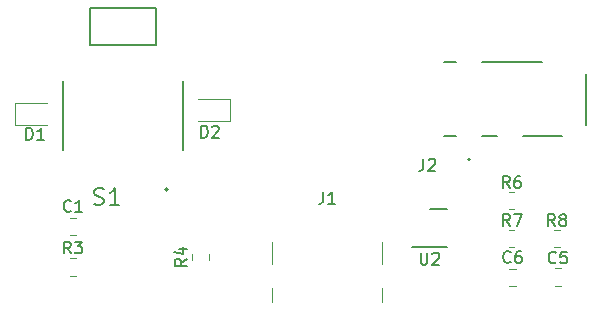
<source format=gbr>
%TF.GenerationSoftware,KiCad,Pcbnew,7.0.7*%
%TF.CreationDate,2024-01-23T19:19:34-06:00*%
%TF.ProjectId,Md-rev-1,4d642d72-6576-42d3-912e-6b696361645f,rev?*%
%TF.SameCoordinates,Original*%
%TF.FileFunction,Legend,Top*%
%TF.FilePolarity,Positive*%
%FSLAX46Y46*%
G04 Gerber Fmt 4.6, Leading zero omitted, Abs format (unit mm)*
G04 Created by KiCad (PCBNEW 7.0.7) date 2024-01-23 19:19:34*
%MOMM*%
%LPD*%
G01*
G04 APERTURE LIST*
%ADD10C,0.150000*%
%ADD11C,0.120000*%
%ADD12C,0.127000*%
%ADD13C,0.200000*%
G04 APERTURE END LIST*
D10*
X135223333Y-118749580D02*
X135175714Y-118797200D01*
X135175714Y-118797200D02*
X135032857Y-118844819D01*
X135032857Y-118844819D02*
X134937619Y-118844819D01*
X134937619Y-118844819D02*
X134794762Y-118797200D01*
X134794762Y-118797200D02*
X134699524Y-118701961D01*
X134699524Y-118701961D02*
X134651905Y-118606723D01*
X134651905Y-118606723D02*
X134604286Y-118416247D01*
X134604286Y-118416247D02*
X134604286Y-118273390D01*
X134604286Y-118273390D02*
X134651905Y-118082914D01*
X134651905Y-118082914D02*
X134699524Y-117987676D01*
X134699524Y-117987676D02*
X134794762Y-117892438D01*
X134794762Y-117892438D02*
X134937619Y-117844819D01*
X134937619Y-117844819D02*
X135032857Y-117844819D01*
X135032857Y-117844819D02*
X135175714Y-117892438D01*
X135175714Y-117892438D02*
X135223333Y-117940057D01*
X136175714Y-118844819D02*
X135604286Y-118844819D01*
X135890000Y-118844819D02*
X135890000Y-117844819D01*
X135890000Y-117844819D02*
X135794762Y-117987676D01*
X135794762Y-117987676D02*
X135699524Y-118082914D01*
X135699524Y-118082914D02*
X135604286Y-118130533D01*
X145014819Y-122826666D02*
X144538628Y-123159999D01*
X145014819Y-123398094D02*
X144014819Y-123398094D01*
X144014819Y-123398094D02*
X144014819Y-123017142D01*
X144014819Y-123017142D02*
X144062438Y-122921904D01*
X144062438Y-122921904D02*
X144110057Y-122874285D01*
X144110057Y-122874285D02*
X144205295Y-122826666D01*
X144205295Y-122826666D02*
X144348152Y-122826666D01*
X144348152Y-122826666D02*
X144443390Y-122874285D01*
X144443390Y-122874285D02*
X144491009Y-122921904D01*
X144491009Y-122921904D02*
X144538628Y-123017142D01*
X144538628Y-123017142D02*
X144538628Y-123398094D01*
X144348152Y-121969523D02*
X145014819Y-121969523D01*
X143967200Y-122207618D02*
X144681485Y-122445713D01*
X144681485Y-122445713D02*
X144681485Y-121826666D01*
X146241905Y-112564819D02*
X146241905Y-111564819D01*
X146241905Y-111564819D02*
X146480000Y-111564819D01*
X146480000Y-111564819D02*
X146622857Y-111612438D01*
X146622857Y-111612438D02*
X146718095Y-111707676D01*
X146718095Y-111707676D02*
X146765714Y-111802914D01*
X146765714Y-111802914D02*
X146813333Y-111993390D01*
X146813333Y-111993390D02*
X146813333Y-112136247D01*
X146813333Y-112136247D02*
X146765714Y-112326723D01*
X146765714Y-112326723D02*
X146718095Y-112421961D01*
X146718095Y-112421961D02*
X146622857Y-112517200D01*
X146622857Y-112517200D02*
X146480000Y-112564819D01*
X146480000Y-112564819D02*
X146241905Y-112564819D01*
X147194286Y-111660057D02*
X147241905Y-111612438D01*
X147241905Y-111612438D02*
X147337143Y-111564819D01*
X147337143Y-111564819D02*
X147575238Y-111564819D01*
X147575238Y-111564819D02*
X147670476Y-111612438D01*
X147670476Y-111612438D02*
X147718095Y-111660057D01*
X147718095Y-111660057D02*
X147765714Y-111755295D01*
X147765714Y-111755295D02*
X147765714Y-111850533D01*
X147765714Y-111850533D02*
X147718095Y-111993390D01*
X147718095Y-111993390D02*
X147146667Y-112564819D01*
X147146667Y-112564819D02*
X147765714Y-112564819D01*
X135223333Y-122364819D02*
X134890000Y-121888628D01*
X134651905Y-122364819D02*
X134651905Y-121364819D01*
X134651905Y-121364819D02*
X135032857Y-121364819D01*
X135032857Y-121364819D02*
X135128095Y-121412438D01*
X135128095Y-121412438D02*
X135175714Y-121460057D01*
X135175714Y-121460057D02*
X135223333Y-121555295D01*
X135223333Y-121555295D02*
X135223333Y-121698152D01*
X135223333Y-121698152D02*
X135175714Y-121793390D01*
X135175714Y-121793390D02*
X135128095Y-121841009D01*
X135128095Y-121841009D02*
X135032857Y-121888628D01*
X135032857Y-121888628D02*
X134651905Y-121888628D01*
X135556667Y-121364819D02*
X136175714Y-121364819D01*
X136175714Y-121364819D02*
X135842381Y-121745771D01*
X135842381Y-121745771D02*
X135985238Y-121745771D01*
X135985238Y-121745771D02*
X136080476Y-121793390D01*
X136080476Y-121793390D02*
X136128095Y-121841009D01*
X136128095Y-121841009D02*
X136175714Y-121936247D01*
X136175714Y-121936247D02*
X136175714Y-122174342D01*
X136175714Y-122174342D02*
X136128095Y-122269580D01*
X136128095Y-122269580D02*
X136080476Y-122317200D01*
X136080476Y-122317200D02*
X135985238Y-122364819D01*
X135985238Y-122364819D02*
X135699524Y-122364819D01*
X135699524Y-122364819D02*
X135604286Y-122317200D01*
X135604286Y-122317200D02*
X135556667Y-122269580D01*
X165076666Y-114364819D02*
X165076666Y-115079104D01*
X165076666Y-115079104D02*
X165029047Y-115221961D01*
X165029047Y-115221961D02*
X164933809Y-115317200D01*
X164933809Y-115317200D02*
X164790952Y-115364819D01*
X164790952Y-115364819D02*
X164695714Y-115364819D01*
X165505238Y-114460057D02*
X165552857Y-114412438D01*
X165552857Y-114412438D02*
X165648095Y-114364819D01*
X165648095Y-114364819D02*
X165886190Y-114364819D01*
X165886190Y-114364819D02*
X165981428Y-114412438D01*
X165981428Y-114412438D02*
X166029047Y-114460057D01*
X166029047Y-114460057D02*
X166076666Y-114555295D01*
X166076666Y-114555295D02*
X166076666Y-114650533D01*
X166076666Y-114650533D02*
X166029047Y-114793390D01*
X166029047Y-114793390D02*
X165457619Y-115364819D01*
X165457619Y-115364819D02*
X166076666Y-115364819D01*
X176288333Y-123119580D02*
X176240714Y-123167200D01*
X176240714Y-123167200D02*
X176097857Y-123214819D01*
X176097857Y-123214819D02*
X176002619Y-123214819D01*
X176002619Y-123214819D02*
X175859762Y-123167200D01*
X175859762Y-123167200D02*
X175764524Y-123071961D01*
X175764524Y-123071961D02*
X175716905Y-122976723D01*
X175716905Y-122976723D02*
X175669286Y-122786247D01*
X175669286Y-122786247D02*
X175669286Y-122643390D01*
X175669286Y-122643390D02*
X175716905Y-122452914D01*
X175716905Y-122452914D02*
X175764524Y-122357676D01*
X175764524Y-122357676D02*
X175859762Y-122262438D01*
X175859762Y-122262438D02*
X176002619Y-122214819D01*
X176002619Y-122214819D02*
X176097857Y-122214819D01*
X176097857Y-122214819D02*
X176240714Y-122262438D01*
X176240714Y-122262438D02*
X176288333Y-122310057D01*
X177193095Y-122214819D02*
X176716905Y-122214819D01*
X176716905Y-122214819D02*
X176669286Y-122691009D01*
X176669286Y-122691009D02*
X176716905Y-122643390D01*
X176716905Y-122643390D02*
X176812143Y-122595771D01*
X176812143Y-122595771D02*
X177050238Y-122595771D01*
X177050238Y-122595771D02*
X177145476Y-122643390D01*
X177145476Y-122643390D02*
X177193095Y-122691009D01*
X177193095Y-122691009D02*
X177240714Y-122786247D01*
X177240714Y-122786247D02*
X177240714Y-123024342D01*
X177240714Y-123024342D02*
X177193095Y-123119580D01*
X177193095Y-123119580D02*
X177145476Y-123167200D01*
X177145476Y-123167200D02*
X177050238Y-123214819D01*
X177050238Y-123214819D02*
X176812143Y-123214819D01*
X176812143Y-123214819D02*
X176716905Y-123167200D01*
X176716905Y-123167200D02*
X176669286Y-123119580D01*
X176203333Y-120054819D02*
X175870000Y-119578628D01*
X175631905Y-120054819D02*
X175631905Y-119054819D01*
X175631905Y-119054819D02*
X176012857Y-119054819D01*
X176012857Y-119054819D02*
X176108095Y-119102438D01*
X176108095Y-119102438D02*
X176155714Y-119150057D01*
X176155714Y-119150057D02*
X176203333Y-119245295D01*
X176203333Y-119245295D02*
X176203333Y-119388152D01*
X176203333Y-119388152D02*
X176155714Y-119483390D01*
X176155714Y-119483390D02*
X176108095Y-119531009D01*
X176108095Y-119531009D02*
X176012857Y-119578628D01*
X176012857Y-119578628D02*
X175631905Y-119578628D01*
X176774762Y-119483390D02*
X176679524Y-119435771D01*
X176679524Y-119435771D02*
X176631905Y-119388152D01*
X176631905Y-119388152D02*
X176584286Y-119292914D01*
X176584286Y-119292914D02*
X176584286Y-119245295D01*
X176584286Y-119245295D02*
X176631905Y-119150057D01*
X176631905Y-119150057D02*
X176679524Y-119102438D01*
X176679524Y-119102438D02*
X176774762Y-119054819D01*
X176774762Y-119054819D02*
X176965238Y-119054819D01*
X176965238Y-119054819D02*
X177060476Y-119102438D01*
X177060476Y-119102438D02*
X177108095Y-119150057D01*
X177108095Y-119150057D02*
X177155714Y-119245295D01*
X177155714Y-119245295D02*
X177155714Y-119292914D01*
X177155714Y-119292914D02*
X177108095Y-119388152D01*
X177108095Y-119388152D02*
X177060476Y-119435771D01*
X177060476Y-119435771D02*
X176965238Y-119483390D01*
X176965238Y-119483390D02*
X176774762Y-119483390D01*
X176774762Y-119483390D02*
X176679524Y-119531009D01*
X176679524Y-119531009D02*
X176631905Y-119578628D01*
X176631905Y-119578628D02*
X176584286Y-119673866D01*
X176584286Y-119673866D02*
X176584286Y-119864342D01*
X176584286Y-119864342D02*
X176631905Y-119959580D01*
X176631905Y-119959580D02*
X176679524Y-120007200D01*
X176679524Y-120007200D02*
X176774762Y-120054819D01*
X176774762Y-120054819D02*
X176965238Y-120054819D01*
X176965238Y-120054819D02*
X177060476Y-120007200D01*
X177060476Y-120007200D02*
X177108095Y-119959580D01*
X177108095Y-119959580D02*
X177155714Y-119864342D01*
X177155714Y-119864342D02*
X177155714Y-119673866D01*
X177155714Y-119673866D02*
X177108095Y-119578628D01*
X177108095Y-119578628D02*
X177060476Y-119531009D01*
X177060476Y-119531009D02*
X176965238Y-119483390D01*
X164833095Y-122314819D02*
X164833095Y-123124342D01*
X164833095Y-123124342D02*
X164880714Y-123219580D01*
X164880714Y-123219580D02*
X164928333Y-123267200D01*
X164928333Y-123267200D02*
X165023571Y-123314819D01*
X165023571Y-123314819D02*
X165214047Y-123314819D01*
X165214047Y-123314819D02*
X165309285Y-123267200D01*
X165309285Y-123267200D02*
X165356904Y-123219580D01*
X165356904Y-123219580D02*
X165404523Y-123124342D01*
X165404523Y-123124342D02*
X165404523Y-122314819D01*
X165833095Y-122410057D02*
X165880714Y-122362438D01*
X165880714Y-122362438D02*
X165975952Y-122314819D01*
X165975952Y-122314819D02*
X166214047Y-122314819D01*
X166214047Y-122314819D02*
X166309285Y-122362438D01*
X166309285Y-122362438D02*
X166356904Y-122410057D01*
X166356904Y-122410057D02*
X166404523Y-122505295D01*
X166404523Y-122505295D02*
X166404523Y-122600533D01*
X166404523Y-122600533D02*
X166356904Y-122743390D01*
X166356904Y-122743390D02*
X165785476Y-123314819D01*
X165785476Y-123314819D02*
X166404523Y-123314819D01*
X137193333Y-118193200D02*
X137393333Y-118259866D01*
X137393333Y-118259866D02*
X137726667Y-118259866D01*
X137726667Y-118259866D02*
X137860000Y-118193200D01*
X137860000Y-118193200D02*
X137926667Y-118126533D01*
X137926667Y-118126533D02*
X137993333Y-117993200D01*
X137993333Y-117993200D02*
X137993333Y-117859866D01*
X137993333Y-117859866D02*
X137926667Y-117726533D01*
X137926667Y-117726533D02*
X137860000Y-117659866D01*
X137860000Y-117659866D02*
X137726667Y-117593200D01*
X137726667Y-117593200D02*
X137460000Y-117526533D01*
X137460000Y-117526533D02*
X137326667Y-117459866D01*
X137326667Y-117459866D02*
X137260000Y-117393200D01*
X137260000Y-117393200D02*
X137193333Y-117259866D01*
X137193333Y-117259866D02*
X137193333Y-117126533D01*
X137193333Y-117126533D02*
X137260000Y-116993200D01*
X137260000Y-116993200D02*
X137326667Y-116926533D01*
X137326667Y-116926533D02*
X137460000Y-116859866D01*
X137460000Y-116859866D02*
X137793333Y-116859866D01*
X137793333Y-116859866D02*
X137993333Y-116926533D01*
X139326666Y-118259866D02*
X138526666Y-118259866D01*
X138926666Y-118259866D02*
X138926666Y-116859866D01*
X138926666Y-116859866D02*
X138793333Y-117059866D01*
X138793333Y-117059866D02*
X138660000Y-117193200D01*
X138660000Y-117193200D02*
X138526666Y-117259866D01*
X131441905Y-112734819D02*
X131441905Y-111734819D01*
X131441905Y-111734819D02*
X131680000Y-111734819D01*
X131680000Y-111734819D02*
X131822857Y-111782438D01*
X131822857Y-111782438D02*
X131918095Y-111877676D01*
X131918095Y-111877676D02*
X131965714Y-111972914D01*
X131965714Y-111972914D02*
X132013333Y-112163390D01*
X132013333Y-112163390D02*
X132013333Y-112306247D01*
X132013333Y-112306247D02*
X131965714Y-112496723D01*
X131965714Y-112496723D02*
X131918095Y-112591961D01*
X131918095Y-112591961D02*
X131822857Y-112687200D01*
X131822857Y-112687200D02*
X131680000Y-112734819D01*
X131680000Y-112734819D02*
X131441905Y-112734819D01*
X132965714Y-112734819D02*
X132394286Y-112734819D01*
X132680000Y-112734819D02*
X132680000Y-111734819D01*
X132680000Y-111734819D02*
X132584762Y-111877676D01*
X132584762Y-111877676D02*
X132489524Y-111972914D01*
X132489524Y-111972914D02*
X132394286Y-112020533D01*
X172448333Y-123079580D02*
X172400714Y-123127200D01*
X172400714Y-123127200D02*
X172257857Y-123174819D01*
X172257857Y-123174819D02*
X172162619Y-123174819D01*
X172162619Y-123174819D02*
X172019762Y-123127200D01*
X172019762Y-123127200D02*
X171924524Y-123031961D01*
X171924524Y-123031961D02*
X171876905Y-122936723D01*
X171876905Y-122936723D02*
X171829286Y-122746247D01*
X171829286Y-122746247D02*
X171829286Y-122603390D01*
X171829286Y-122603390D02*
X171876905Y-122412914D01*
X171876905Y-122412914D02*
X171924524Y-122317676D01*
X171924524Y-122317676D02*
X172019762Y-122222438D01*
X172019762Y-122222438D02*
X172162619Y-122174819D01*
X172162619Y-122174819D02*
X172257857Y-122174819D01*
X172257857Y-122174819D02*
X172400714Y-122222438D01*
X172400714Y-122222438D02*
X172448333Y-122270057D01*
X173305476Y-122174819D02*
X173115000Y-122174819D01*
X173115000Y-122174819D02*
X173019762Y-122222438D01*
X173019762Y-122222438D02*
X172972143Y-122270057D01*
X172972143Y-122270057D02*
X172876905Y-122412914D01*
X172876905Y-122412914D02*
X172829286Y-122603390D01*
X172829286Y-122603390D02*
X172829286Y-122984342D01*
X172829286Y-122984342D02*
X172876905Y-123079580D01*
X172876905Y-123079580D02*
X172924524Y-123127200D01*
X172924524Y-123127200D02*
X173019762Y-123174819D01*
X173019762Y-123174819D02*
X173210238Y-123174819D01*
X173210238Y-123174819D02*
X173305476Y-123127200D01*
X173305476Y-123127200D02*
X173353095Y-123079580D01*
X173353095Y-123079580D02*
X173400714Y-122984342D01*
X173400714Y-122984342D02*
X173400714Y-122746247D01*
X173400714Y-122746247D02*
X173353095Y-122651009D01*
X173353095Y-122651009D02*
X173305476Y-122603390D01*
X173305476Y-122603390D02*
X173210238Y-122555771D01*
X173210238Y-122555771D02*
X173019762Y-122555771D01*
X173019762Y-122555771D02*
X172924524Y-122603390D01*
X172924524Y-122603390D02*
X172876905Y-122651009D01*
X172876905Y-122651009D02*
X172829286Y-122746247D01*
X156576666Y-117179819D02*
X156576666Y-117894104D01*
X156576666Y-117894104D02*
X156529047Y-118036961D01*
X156529047Y-118036961D02*
X156433809Y-118132200D01*
X156433809Y-118132200D02*
X156290952Y-118179819D01*
X156290952Y-118179819D02*
X156195714Y-118179819D01*
X157576666Y-118179819D02*
X157005238Y-118179819D01*
X157290952Y-118179819D02*
X157290952Y-117179819D01*
X157290952Y-117179819D02*
X157195714Y-117322676D01*
X157195714Y-117322676D02*
X157100476Y-117417914D01*
X157100476Y-117417914D02*
X157005238Y-117465533D01*
X172378333Y-116814819D02*
X172045000Y-116338628D01*
X171806905Y-116814819D02*
X171806905Y-115814819D01*
X171806905Y-115814819D02*
X172187857Y-115814819D01*
X172187857Y-115814819D02*
X172283095Y-115862438D01*
X172283095Y-115862438D02*
X172330714Y-115910057D01*
X172330714Y-115910057D02*
X172378333Y-116005295D01*
X172378333Y-116005295D02*
X172378333Y-116148152D01*
X172378333Y-116148152D02*
X172330714Y-116243390D01*
X172330714Y-116243390D02*
X172283095Y-116291009D01*
X172283095Y-116291009D02*
X172187857Y-116338628D01*
X172187857Y-116338628D02*
X171806905Y-116338628D01*
X173235476Y-115814819D02*
X173045000Y-115814819D01*
X173045000Y-115814819D02*
X172949762Y-115862438D01*
X172949762Y-115862438D02*
X172902143Y-115910057D01*
X172902143Y-115910057D02*
X172806905Y-116052914D01*
X172806905Y-116052914D02*
X172759286Y-116243390D01*
X172759286Y-116243390D02*
X172759286Y-116624342D01*
X172759286Y-116624342D02*
X172806905Y-116719580D01*
X172806905Y-116719580D02*
X172854524Y-116767200D01*
X172854524Y-116767200D02*
X172949762Y-116814819D01*
X172949762Y-116814819D02*
X173140238Y-116814819D01*
X173140238Y-116814819D02*
X173235476Y-116767200D01*
X173235476Y-116767200D02*
X173283095Y-116719580D01*
X173283095Y-116719580D02*
X173330714Y-116624342D01*
X173330714Y-116624342D02*
X173330714Y-116386247D01*
X173330714Y-116386247D02*
X173283095Y-116291009D01*
X173283095Y-116291009D02*
X173235476Y-116243390D01*
X173235476Y-116243390D02*
X173140238Y-116195771D01*
X173140238Y-116195771D02*
X172949762Y-116195771D01*
X172949762Y-116195771D02*
X172854524Y-116243390D01*
X172854524Y-116243390D02*
X172806905Y-116291009D01*
X172806905Y-116291009D02*
X172759286Y-116386247D01*
X172403333Y-120034819D02*
X172070000Y-119558628D01*
X171831905Y-120034819D02*
X171831905Y-119034819D01*
X171831905Y-119034819D02*
X172212857Y-119034819D01*
X172212857Y-119034819D02*
X172308095Y-119082438D01*
X172308095Y-119082438D02*
X172355714Y-119130057D01*
X172355714Y-119130057D02*
X172403333Y-119225295D01*
X172403333Y-119225295D02*
X172403333Y-119368152D01*
X172403333Y-119368152D02*
X172355714Y-119463390D01*
X172355714Y-119463390D02*
X172308095Y-119511009D01*
X172308095Y-119511009D02*
X172212857Y-119558628D01*
X172212857Y-119558628D02*
X171831905Y-119558628D01*
X172736667Y-119034819D02*
X173403333Y-119034819D01*
X173403333Y-119034819D02*
X172974762Y-120034819D01*
D11*
%TO.C,C1*%
X135128748Y-119335000D02*
X135651252Y-119335000D01*
X135128748Y-120805000D02*
X135651252Y-120805000D01*
%TO.C,R4*%
X145475000Y-122887064D02*
X145475000Y-122432936D01*
X146945000Y-122887064D02*
X146945000Y-122432936D01*
%TO.C,D2*%
X148655000Y-111190000D02*
X148655000Y-109270000D01*
X148655000Y-109270000D02*
X145970000Y-109270000D01*
X145970000Y-111190000D02*
X148655000Y-111190000D01*
%TO.C,R3*%
X135617064Y-124255000D02*
X135162936Y-124255000D01*
X135617064Y-122785000D02*
X135162936Y-122785000D01*
D12*
%TO.C,J2*%
X175070000Y-106170000D02*
X170010000Y-106170000D01*
X166840000Y-106170000D02*
X167870000Y-106170000D01*
X178840000Y-107140000D02*
X178840000Y-111500000D01*
X173496000Y-112470000D02*
X176770000Y-112470000D01*
X170005000Y-112470000D02*
X171270000Y-112470000D01*
X166840000Y-112470000D02*
X167870000Y-112470000D01*
D13*
X169040000Y-114420000D02*
G75*
G03*
X169040000Y-114420000I-100000J0D01*
G01*
D11*
%TO.C,C5*%
X176726252Y-125105000D02*
X176203748Y-125105000D01*
X176726252Y-123635000D02*
X176203748Y-123635000D01*
%TO.C,R8*%
X176602064Y-121855000D02*
X176147936Y-121855000D01*
X176602064Y-120385000D02*
X176147936Y-120385000D01*
D10*
%TO.C,U2*%
X164095000Y-121855000D02*
X167095000Y-121855000D01*
X165595000Y-118605000D02*
X167095000Y-118605000D01*
D12*
%TO.C,S1*%
X144720000Y-113609000D02*
X144720000Y-107811000D01*
X142440000Y-104725000D02*
X142440000Y-101625000D01*
X142440000Y-104725000D02*
X136840000Y-104725000D01*
X142440000Y-101625000D02*
X136840000Y-101625000D01*
X136840000Y-101625000D02*
X136840000Y-104725000D01*
X134560000Y-113609000D02*
X134560000Y-107811000D01*
D13*
X143425000Y-116960000D02*
G75*
G03*
X143425000Y-116960000I-100000J0D01*
G01*
D11*
%TO.C,D1*%
X130495000Y-109600000D02*
X130495000Y-111520000D01*
X130495000Y-111520000D02*
X133180000Y-111520000D01*
X133180000Y-109600000D02*
X130495000Y-109600000D01*
%TO.C,C6*%
X172353748Y-123665000D02*
X172876252Y-123665000D01*
X172353748Y-125135000D02*
X172876252Y-125135000D01*
%TO.C,J1*%
X152240000Y-123225000D02*
X152240000Y-121425000D01*
X152240000Y-125325000D02*
X152240000Y-126475000D01*
X161580000Y-123225000D02*
X161580000Y-121425000D01*
X161580000Y-125325000D02*
X161580000Y-126475000D01*
%TO.C,R6*%
X172772064Y-118605000D02*
X172317936Y-118605000D01*
X172772064Y-117135000D02*
X172317936Y-117135000D01*
%TO.C,R7*%
X172782064Y-121835000D02*
X172327936Y-121835000D01*
X172782064Y-120365000D02*
X172327936Y-120365000D01*
%TD*%
M02*

</source>
